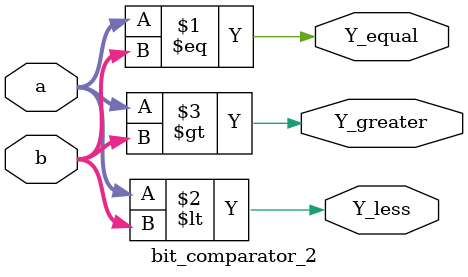
<source format=v>
module bit_comparator_2(
    input  wire [1:0] a,
    input  wire [1:0] b,
    output wire Y_equal,
    output wire Y_less,
    output wire Y_greater
);

    assign Y_equal   = (a == b);
    assign Y_less    = (a < b);
    assign Y_greater = (a > b);

endmodule
</source>
